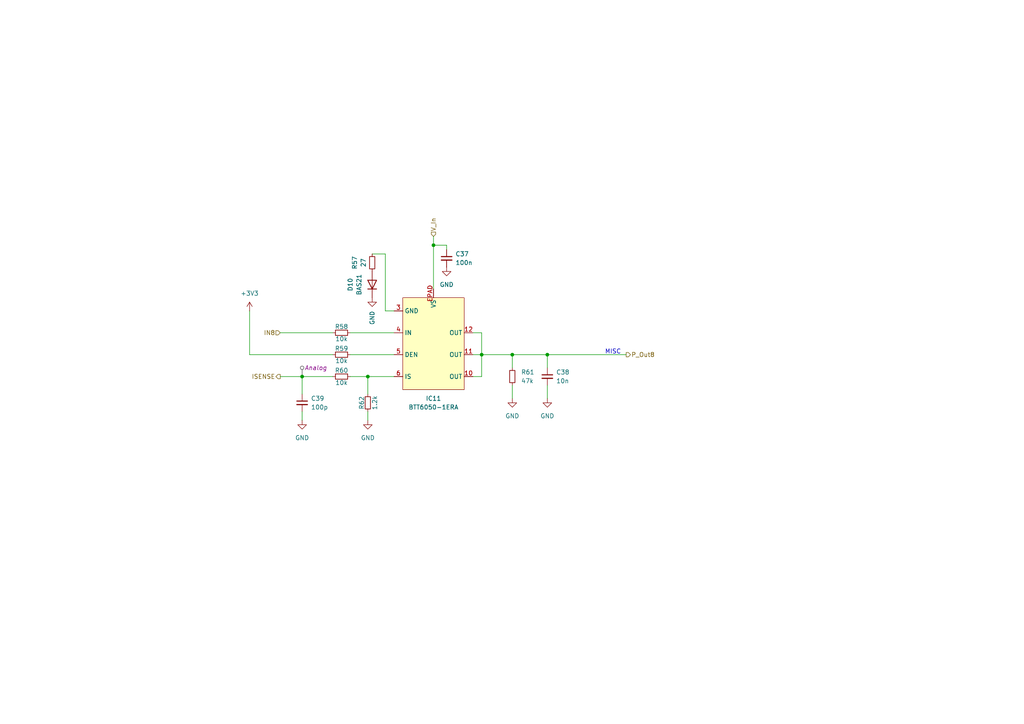
<source format=kicad_sch>
(kicad_sch (version 20231120) (generator "eeschema") (generator_version "8.0")
  (paper "A4")
  (title_block (title "PDU FT25") (date "2024-11-18") (rev "V1.0") (company "Janek Herm") (comment 1 "FaSTTUBe Electronics"))
  (lib_symbols
    (symbol "Device:C_Small" (pin_numbers hide) (pin_names (offset 0.254) hide)
      (property "Reference" "C" (at 0.254 1.778 0))
      (property "Value" "C_Small" (at 0.254 -2.032 0))
      (symbol "C_Small_0_1"
        (polyline (pts (xy -1.524 -0.508) (xy 1.524 -0.508)) (stroke (width 0.3302)))
        (polyline (pts (xy -1.524 0.508) (xy 1.524 0.508)) (stroke (width 0.3048)))
      )
      (symbol "C_Small_1_1"
        (pin passive line (at 0 2.54 270) (length 2.032) (name "~") (number "1"))
        (pin passive line (at 0 -2.54 90) (length 2.032) (name "~") (number "2"))
      )
    )
    (symbol "Device:R_Small" (pin_numbers hide) (pin_names (offset 0.254) hide)
      (property "Reference" "R" (at 0.762 0.508 0))
      (property "Value" "R_Small" (at 0.762 -1.016 0))
      (symbol "R_Small_0_1"
        (rectangle (start -0.762 1.778) (end 0.762 -1.778) (stroke (width 0.2032)))
      )
      (symbol "R_Small_1_1"
        (pin passive line (at 0 2.54 270) (length 0.762) (name "~") (number "1"))
        (pin passive line (at 0 -2.54 90) (length 0.762) (name "~") (number "2"))
      )
    )
    (symbol "Diode:BAS21" (pin_numbers hide) (pin_names hide)
      (property "Reference" "D" (at 0 2.54 0))
      (property "Value" "BAS21" (at 0 -2.54 0))
      (symbol "BAS21_0_1"
        (polyline (pts (xy -1.27 1.27) (xy -1.27 -1.27)) (stroke (width 0.254)))
        (polyline (pts (xy 1.27 0) (xy -1.27 0)))
        (polyline (pts (xy 1.27 1.27) (xy 1.27 -1.27) (xy -1.27 0) (xy 1.27 1.27)) (stroke (width 0.254)))
      )
      (symbol "BAS21_1_1"
        (pin passive line (at 3.81 0 180) (length 2.54) (name "A") (number "1"))
        (pin no_connect line (at -1.27 0 0) (length 2.54) hide (name "NC") (number "2"))
        (pin passive line (at -3.81 0 0) (length 2.54) (name "K") (number "3"))
      )
    )
    (symbol "FaSTTUBe_Power-Switches:BTT6050-1ERA"
      (property "Reference" "IC" (at 0.254 -28.956 0))
      (property "Value" "BTT6050-1ERA" (at 0.508 -31.242 0))
      (symbol "BTT6050-1ERA_1_1"
        (rectangle (start -8.89 -1.27) (end 8.89 -27.94) (fill (type background)))
        (pin passive line (at 11.43 -24.13 180) (length 2.54) (name "OUT") (number "10"))
        (pin passive line (at 11.43 -17.78 180) (length 2.54) (name "OUT") (number "11"))
        (pin power_out line (at 11.43 -11.43 180) (length 2.54) (name "OUT") (number "12"))
        (pin output line (at -11.43 -5.08 0) (length 2.54) (name "GND") (number "3"))
        (pin input line (at -11.43 -11.43 0) (length 2.54) (name "IN") (number "4"))
        (pin input line (at -11.43 -17.78 0) (length 2.54) (name "DEN") (number "5"))
        (pin output line (at -11.43 -24.13 0) (length 2.54) (name "IS") (number "6"))
        (pin input line (at 0 1.27 270) (length 2.54) (name "VS") (number "EPAD"))
      )
    )
    (symbol "power:+3.3V" (power) (pin_numbers hide) (pin_names (offset 0) hide)
      (property "Value" "+3.3V" (at 0 3.556 0))
      (symbol "+3.3V_0_1"
        (polyline (pts (xy -0.762 1.27) (xy 0 2.54)))
        (polyline (pts (xy 0 0) (xy 0 2.54)))
        (polyline (pts (xy 0 2.54) (xy 0.762 1.27)))
      )
      (symbol "+3.3V_1_1"
        (pin power_in line (at 0 0 90) (length 0) (name "~") (number "1"))
      )
    )
    (symbol "power:GND" (power) (pin_numbers hide) (pin_names (offset 0) hide)
      (property "Value" "GND" (at 0 -3.81 0))
      (symbol "GND_0_1"
        (polyline (pts (xy 0 0) (xy 0 -1.27) (xy 1.27 -1.27) (xy 0 -2.54) (xy -1.27 -1.27) (xy 0 -1.27)))
      )
      (symbol "GND_1_1"
        (pin power_in line (at 0 0 270) (length 0) (name "~") (number "1"))
      )
    )
  )
  (junction (at 125.73 71.12))
  (junction (at 106.68 109.22))
  (junction (at 139.7 102.87))
  (junction (at 87.63 109.22))
  (junction (at 158.75 102.87))
  (junction (at 148.59 102.87))
  (wire (pts (xy 137.16 102.87) (xy 139.7 102.87)))
  (wire (pts (xy 148.59 102.87) (xy 158.75 102.87)))
  (wire (pts (xy 111.76 90.17) (xy 114.3 90.17)))
  (wire (pts (xy 137.16 109.22) (xy 139.7 109.22)))
  (wire (pts (xy 139.7 96.52) (xy 139.7 102.87)))
  (wire (pts (xy 158.75 102.87) (xy 181.61 102.87)))
  (wire (pts (xy 72.39 102.87) (xy 96.52 102.87)))
  (wire (pts (xy 125.73 68.58) (xy 125.73 71.12)))
  (wire (pts (xy 81.28 109.22) (xy 87.63 109.22)))
  (wire (pts (xy 81.28 96.52) (xy 96.52 96.52)))
  (wire (pts (xy 139.7 109.22) (xy 139.7 102.87)))
  (wire (pts (xy 139.7 102.87) (xy 148.59 102.87)))
  (wire (pts (xy 87.63 119.38) (xy 87.63 121.92)))
  (wire (pts (xy 129.54 71.12) (xy 129.54 72.39)))
  (wire (pts (xy 101.6 102.87) (xy 114.3 102.87)))
  (wire (pts (xy 158.75 102.87) (xy 158.75 106.68)))
  (wire (pts (xy 106.68 109.22) (xy 106.68 114.3)))
  (wire (pts (xy 158.75 111.76) (xy 158.75 115.57)))
  (wire (pts (xy 101.6 109.22) (xy 106.68 109.22)))
  (wire (pts (xy 106.68 109.22) (xy 114.3 109.22)))
  (wire (pts (xy 129.54 71.12) (xy 125.73 71.12)))
  (wire (pts (xy 87.63 109.22) (xy 96.52 109.22)))
  (wire (pts (xy 125.73 71.12) (xy 125.73 83.82)))
  (wire (pts (xy 101.6 96.52) (xy 114.3 96.52)))
  (wire (pts (xy 106.68 119.38) (xy 106.68 121.92)))
  (wire (pts (xy 111.76 73.66) (xy 107.95 73.66)))
  (wire (pts (xy 111.76 73.66) (xy 111.76 90.17)))
  (wire (pts (xy 87.63 109.22) (xy 87.63 114.3)))
  (wire (pts (xy 148.59 102.87) (xy 148.59 106.68)))
  (wire (pts (xy 137.16 96.52) (xy 139.7 96.52)))
  (wire (pts (xy 148.59 111.76) (xy 148.59 115.57)))
  (wire (pts (xy 72.39 102.87) (xy 72.39 90.17)))
  (text "MISC" (at 177.8 102.108 0) (effects (font (size 1.27 1.27))))
  (hierarchical_label "P_Out8" (shape output) (at 181.61 102.87 0))
  (hierarchical_label "V_In" (shape input) (at 125.73 68.58 90))
  (hierarchical_label "IN8" (shape input) (at 81.28 96.52 180))
  (hierarchical_label "ISENSE" (shape output) (at 81.28 109.22 180))
  (netclass_flag "" (length 2.54) (shape round) (at 87.63 109.22 0) (property "Netclass" "Analog" (at 88.3285 106.68 0) (effects (font (italic yes)) (justify left))))
  (symbol (lib_id "Device:R_Small") (at 107.95 76.2 180) (unit 1)
    (property "Reference" "R57" (at 102.87 76.2 90))
    (property "Value" "27" (at 105.41 76.2 90))
    (property "Footprint" "Resistor_SMD:R_0603_1608Metric_Pad0.98x0.95mm_HandSolder" (effects (hide yes)))
    (property "Description" "Resistor, small symbol" (effects (hide yes)))
  )
  (symbol (lib_id "power:GND") (at 106.68 121.92 0) (unit 1)
    (property "Reference" "#PWR095" (effects (hide yes)))
    (property "Value" "GND" (at 106.68 127 0))
    (property "Description" "Power symbol creates a global label with name \"GND\" , ground" (effects (hide yes)))
  )
  (symbol (lib_id "Device:R_Small") (at 99.06 109.22 270) (unit 1)
    (property "Reference" "R60" (at 99.06 107.442 90))
    (property "Value" "10k" (at 99.06 110.998 90))
    (property "Footprint" "Resistor_SMD:R_0603_1608Metric_Pad0.98x0.95mm_HandSolder" (effects (hide yes)))
    (property "Description" "Resistor, small symbol" (effects (hide yes)))
  )
  (symbol (lib_id "Device:R_Small") (at 106.68 116.84 0) (unit 1)
    (property "Reference" "R62" (at 104.902 116.84 90))
    (property "Value" "1.2k" (at 108.712 116.84 90))
    (property "Footprint" "Resistor_SMD:R_0603_1608Metric_Pad0.98x0.95mm_HandSolder" (effects (hide yes)))
    (property "Description" "Resistor, small symbol" (effects (hide yes)))
  )
  (symbol (lib_id "Device:R_Small") (at 99.06 102.87 270) (unit 1)
    (property "Reference" "R59" (at 99.06 101.092 90))
    (property "Value" "10k" (at 99.06 104.648 90))
    (property "Footprint" "Resistor_SMD:R_0603_1608Metric_Pad0.98x0.95mm_HandSolder" (effects (hide yes)))
    (property "Description" "Resistor, small symbol" (effects (hide yes)))
  )
  (symbol (lib_id "power:GND") (at 158.75 115.57 0) (unit 1)
    (property "Reference" "#PWR093" (effects (hide yes)))
    (property "Value" "GND" (at 158.75 120.65 0))
    (property "Description" "Power symbol creates a global label with name \"GND\" , ground" (effects (hide yes)))
  )
  (symbol (lib_id "power:GND") (at 87.63 121.92 0) (unit 1)
    (property "Reference" "#PWR094" (effects (hide yes)))
    (property "Value" "GND" (at 87.63 127 0))
    (property "Description" "Power symbol creates a global label with name \"GND\" , ground" (effects (hide yes)))
  )
  (symbol (lib_id "FaSTTUBe_Power-Switches:BTT6050-1ERA") (at 125.73 85.09 0) (unit 1)
    (property "Reference" "IC11" (at 125.73 115.57 0))
    (property "Value" "BTT6050-1ERA" (at 125.73 118.11 0))
    (property "Footprint" "BTT6010-1ERB:SOIC14_BTT6010-1ERB_INF" (effects (hide yes)))
    (property "Datasheet" "https://www.infineon.com/dgdl/Infineon-BTT6050-1ERA-DS-v01_00-EN.pdf?fileId=5546d46269e1c019016a21fa5b7a0d8a" (effects (hide yes)))
  )
  (symbol (lib_id "Diode:BAS21") (at 107.95 82.55 90) (unit 1)
    (property "Reference" "D10" (at 101.6 82.55 0))
    (property "Value" "BAS21" (at 104.14 82.55 0))
    (property "Footprint" "Package_TO_SOT_SMD:SOT-23" (effects (hide yes)))
    (property "Datasheet" "https://www.diodes.com/assets/Datasheets/Ds12004.pdf" (effects (hide yes)))
    (property "Description" "250V, 0.4A, High-speed Switching Diode, SOT-23" (effects (hide yes)))
  )
  (symbol (lib_id "power:GND") (at 107.95 86.36 0) (unit 1)
    (property "Reference" "#PWR090" (effects (hide yes)))
    (property "Value" "GND" (at 107.9499 90.17 90) (effects (justify right)))
    (property "Description" "Power symbol creates a global label with name \"GND\" , ground" (effects (hide yes)))
  )
  (symbol (lib_id "power:GND") (at 129.54 77.47 0) (unit 1)
    (property "Reference" "#PWR089" (effects (hide yes)))
    (property "Value" "GND" (at 129.54 82.55 0))
    (property "Description" "Power symbol creates a global label with name \"GND\" , ground" (effects (hide yes)))
  )
  (symbol (lib_id "Device:R_Small") (at 99.06 96.52 270) (unit 1)
    (property "Reference" "R58" (at 99.06 94.742 90))
    (property "Value" "10k" (at 99.06 98.298 90))
    (property "Footprint" "Resistor_SMD:R_0603_1608Metric_Pad0.98x0.95mm_HandSolder" (effects (hide yes)))
    (property "Description" "Resistor, small symbol" (effects (hide yes)))
  )
  (symbol (lib_id "power:GND") (at 148.59 115.57 0) (unit 1)
    (property "Reference" "#PWR092" (effects (hide yes)))
    (property "Value" "GND" (at 148.59 120.65 0))
    (property "Description" "Power symbol creates a global label with name \"GND\" , ground" (effects (hide yes)))
  )
  (symbol (lib_id "Device:C_Small") (at 158.75 109.22 0) (unit 1)
    (property "Reference" "C38" (at 161.29 107.9562 0) (effects (justify left)))
    (property "Value" "10n" (at 161.29 110.4962 0) (effects (justify left)))
    (property "Footprint" "Capacitor_SMD:C_0603_1608Metric_Pad1.08x0.95mm_HandSolder" (effects (hide yes)))
    (property "Description" "Unpolarized capacitor, small symbol" (effects (hide yes)))
  )
  (symbol (lib_id "Device:C_Small") (at 87.63 116.84 0) (unit 1)
    (property "Reference" "C39" (at 90.17 115.5762 0) (effects (justify left)))
    (property "Value" "100p" (at 90.17 118.1162 0) (effects (justify left)))
    (property "Footprint" "Capacitor_SMD:C_0603_1608Metric_Pad1.08x0.95mm_HandSolder" (effects (hide yes)))
    (property "Description" "Unpolarized capacitor, small symbol" (effects (hide yes)))
  )
  (symbol (lib_id "Device:C_Small") (at 129.54 74.93 0) (unit 1)
    (property "Reference" "C37" (at 132.08 73.6662 0) (effects (justify left)))
    (property "Value" "100n" (at 132.08 76.2062 0) (effects (justify left)))
    (property "Footprint" "Capacitor_SMD:C_0603_1608Metric_Pad1.08x0.95mm_HandSolder" (effects (hide yes)))
    (property "Description" "Unpolarized capacitor, small symbol" (effects (hide yes)))
  )
  (symbol (lib_id "power:+3.3V") (at 72.39 90.17 0) (unit 1)
    (property "Reference" "#PWR091" (effects (hide yes)))
    (property "Value" "+3V3" (at 72.39 85.09 0))
    (property "Description" "Power symbol creates a global label with name \"+3.3V\"" (effects (hide yes)))
  )
  (symbol (lib_id "Device:R_Small") (at 148.59 109.22 0) (unit 1)
    (property "Reference" "R61" (at 151.13 107.9499 0) (effects (justify left)))
    (property "Value" "47k" (at 151.13 110.4899 0) (effects (justify left)))
    (property "Footprint" "Resistor_SMD:R_0603_1608Metric_Pad0.98x0.95mm_HandSolder" (effects (hide yes)))
    (property "Description" "Resistor, small symbol" (effects (hide yes)))
  )
)
</source>
